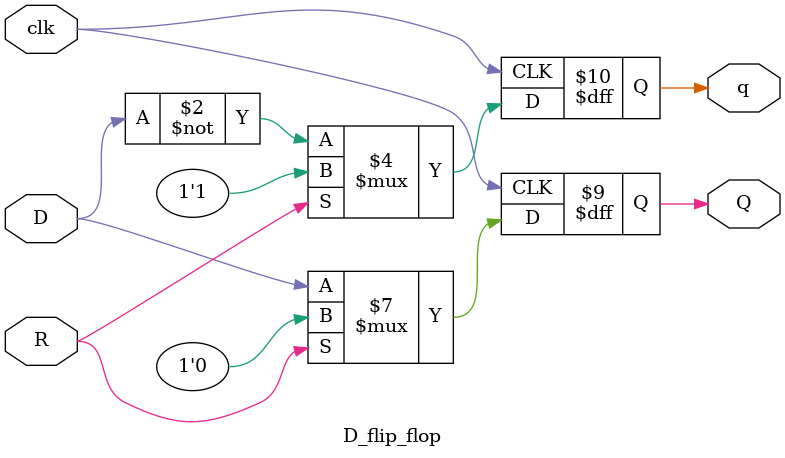
<source format=v>
`timescale 1ns / 1ps
module CounterUsingDFF(
    input clk,
    input rst,
    output [7:0] Q
    );

 wire [7:0] q_bar;
		
		
		D_flip_flop T1(q_bar[0],clk,rst,Q[0],q_bar[0]);
		D_flip_flop T2(q_bar[1],q_bar[0],rst,Q[1],q_bar[1]);
		D_flip_flop T3(q_bar[2],q_bar[1],rst,Q[2],q_bar[2]);
		D_flip_flop T4(q_bar[3],q_bar[2],rst,Q[3],q_bar[3]);
		D_flip_flop T5(q_bar[4],q_bar[3],rst,Q[4],q_bar[4]);
		D_flip_flop T6(q_bar[5],q_bar[4],rst,Q[5],q_bar[5]);
		D_flip_flop T7(q_bar[6],q_bar[5],rst,Q[6],q_bar[6]);
		D_flip_flop T8(q_bar[7],q_bar[6],rst,Q[7],q_bar[7]);

endmodule

module D_flip_flop(
    input D,
    input clk ,
    input R,
    output reg Q,
    output reg q
    );
	 
	 always @(posedge clk)
	 if(R)begin
	 	Q = 1'b0;
	 	q = 1'b1;
	 	end
	 else	 begin
	 	Q = D;
	 	q = ~D;
	 	end


endmodule

</source>
